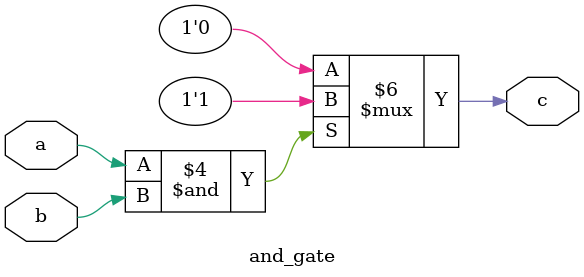
<source format=v>
module and_gate(c,a,b);
input a,b;
output c;
reg c;


always@(a,b)
begin
    if(a==1 & b==1)
    c=1;
   
    else 
    c=0;
end
endmodule



</source>
